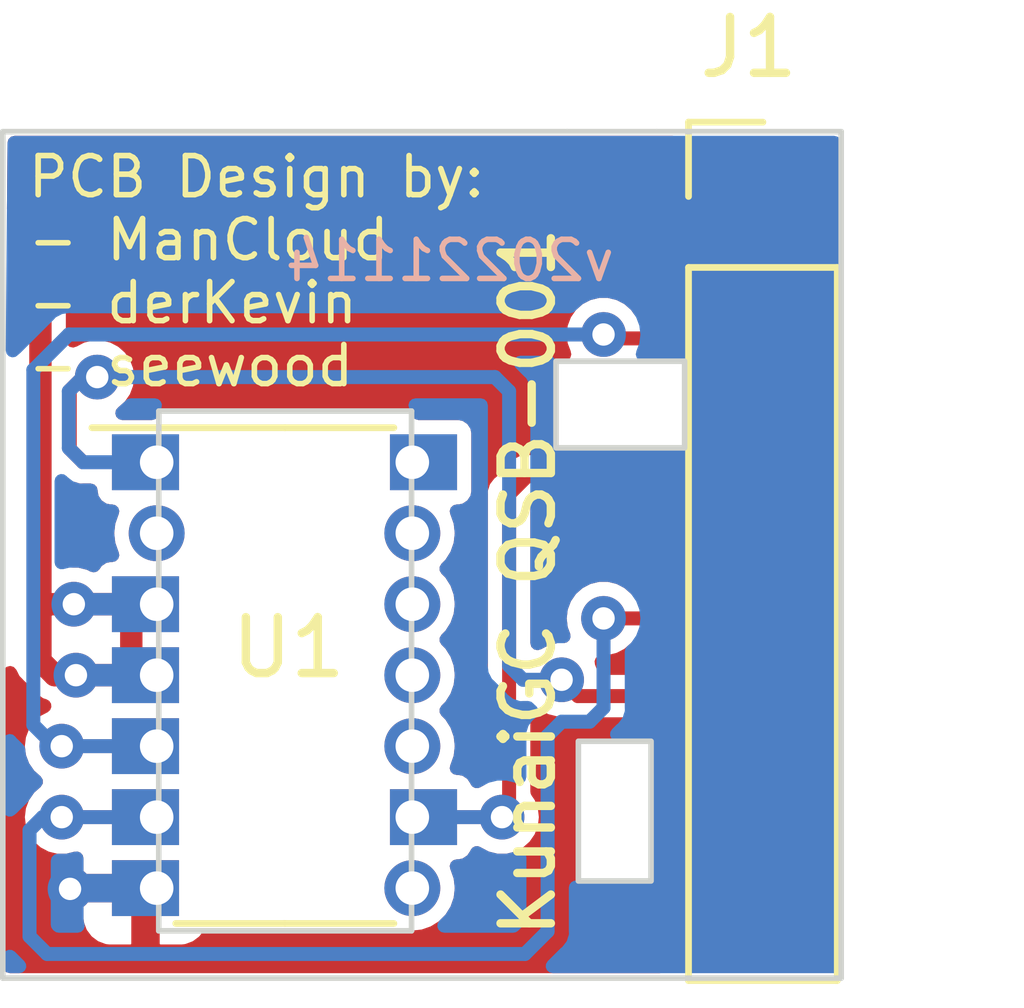
<source format=kicad_pcb>
(kicad_pcb (version 20221018) (generator pcbnew)
  (layers (0 "F.Cu" signal) (31 "B.Cu" signal) (34 "B.Paste" user) (35 "F.Paste" user) (36 "B.SilkS" user "B.Silkscreen") (37 "F.SilkS" user "F.Silkscreen") (38 "B.Mask" user) (39 "F.Mask" user) (44 "Edge.Cuts" user))
  (net 0 "")
  (net 1 "+3V3")
  (net 2 "EXI.~{CS}")
  (net 3 "EXI.OUT")
  (net 4 "EXI.IN")
  (net 5 "EXI.CLK")
  (net 6 "GND")
  (footprint "Eigene:PCB_Con_Flat_01x06" (layer "F.Cu") (at 148.8938 79.21)
    (fp_text reference "J1" (at -0.254 -9.017 unlocked) (layer "F.SilkS"))
    (fp_text value "Conn_01x06")
    (fp_line (start -1.33 -7.68) (end 0 -7.68) (stroke (width 0.12)) (layer "F.SilkS"))
    (fp_line (start -1.33 -6.35) (end -1.33 -7.68) (stroke (width 0.12)) (layer "F.SilkS"))
    (fp_line (start -1.33 -5.08) (end -1.33 7.68) (stroke (width 0.12)) (layer "F.SilkS"))
    (fp_line (start -1.33 -5.08) (end 1.33 -5.08) (stroke (width 0.12)) (layer "F.SilkS"))
    (fp_line (start -1.33 7.68) (end 1.33 7.68) (stroke (width 0.12)) (layer "F.SilkS"))
    (fp_line (start 1.33 -5.08) (end 1.33 7.68) (stroke (width 0.12)) (layer "F.SilkS"))
    (pad "1" smd rect (at 0 -6.35) (size 2.5 1.7) (layers "F.Cu" "F.Paste" "F.Mask") (net 1 "+3V3"))
    (pad "2" smd rect (at 0 -3.81) (size 2.5 1.7) (layers "F.Cu" "F.Paste" "F.Mask") (net 2 "EXI.~{CS}"))
    (pad "3" smd rect (at 0 -1.27) (size 2.5 1.7) (layers "F.Cu" "F.Paste" "F.Mask") (net 3 "EXI.OUT"))
    (pad "4" smd rect (at 0 1.27) (size 2.5 1.7) (layers "F.Cu" "F.Paste" "F.Mask") (net 4 "EXI.IN"))
    (pad "5" smd rect (at 0 3.81) (size 2.5 1.7) (layers "F.Cu" "F.Paste" "F.Mask") (net 5 "EXI.CLK"))
    (pad "6" smd rect (at 0 6.35) (size 2.5 1.7) (layers "F.Cu" "F.Paste" "F.Mask") (net 6 "GND"))
  )
  (footprint "Eigene:IPL-Bite" (layer "F.Cu") (at 140.338 81.426)
    (fp_text reference "U1" (at 0.0708 -0.493 unlocked) (layer "F.SilkS"))
    (fp_text value "GC-IPL")
    (fp_line (start 0.0058 -4.428) (end -3.4442 -4.428) (stroke (width 0.12)) (layer "F.SilkS"))
    (fp_line (start 0.0058 -4.428) (end 1.9558 -4.428) (stroke (width 0.12)) (layer "F.SilkS"))
    (fp_line (start 0.0058 4.442) (end -1.9442 4.442) (stroke (width 0.12)) (layer "F.SilkS"))
    (fp_line (start 0.0058 4.442) (end 1.9558 4.442) (stroke (width 0.12)) (layer "F.SilkS"))
    (pad "" np_thru_hole circle (at -2.286 -2.54) (size 1 1) (drill 0.6) (layers "F&B.Cu" "*.Mask"))
    (pad "" np_thru_hole circle (at 2.286 -2.54) (size 1 1) (drill 0.6) (layers "F&B.Cu" "*.Mask"))
    (pad "" np_thru_hole circle (at 2.286 -1.27) (size 1 1) (drill 0.6) (layers "F&B.Cu" "*.Mask"))
    (pad "" np_thru_hole circle (at 2.286 0) (size 1 1) (drill 0.6) (layers "F&B.Cu" "*.Mask"))
    (pad "" np_thru_hole circle (at 2.286 1.27) (size 1 1) (drill 0.6) (layers "F&B.Cu" "*.Mask"))
    (pad "" np_thru_hole circle (at 2.286 3.81) (size 1 1) (drill 0.6) (layers "F&B.Cu" "*.Mask"))
    (pad "1" thru_hole rect (at -2.286 -3.81) (size 1.2 1) (drill 0.6 (offset -0.2 0)) (layers "*.Cu" "*.Mask") (net 5 "EXI.CLK"))
    (pad "3" thru_hole rect (at -2.286 -1.27) (size 1.2 1) (drill 0.6 (offset -0.2 0)) (layers "*.Cu" "*.Mask") (net 1 "+3V3"))
    (pad "4" thru_hole rect (at -2.286 0) (size 1.2 1) (drill 0.6 (offset -0.2 0)) (layers "*.Cu" "*.Mask") (net 1 "+3V3"))
    (pad "5" thru_hole rect (at -2.286 1.27) (size 1.2 1) (drill 0.6 (offset -0.2 0)) (layers "*.Cu" "*.Mask") (net 2 "EXI.~{CS}"))
    (pad "6" thru_hole rect (at -2.286 2.54) (size 1.2 1) (drill 0.6 (offset -0.2 0)) (layers "*.Cu" "*.Mask") (net 4 "EXI.IN"))
    (pad "7" thru_hole rect (at -2.286 3.81) (size 1.2 1) (drill 0.6 (offset -0.2 0)) (layers "*.Cu" "*.Mask") (net 6 "GND"))
    (pad "9" thru_hole rect (at 2.286 2.54 180) (size 1.2 1) (drill 0.6 (offset -0.2 0)) (layers "*.Cu" "*.Mask") (net 3 "EXI.OUT"))
    (pad "14" thru_hole rect (at 2.286 -3.81 180) (size 1.2 1) (drill 0.6 (offset -0.2 0)) (layers "*.Cu" "*.Mask"))
  )
  (gr_line (start 150.2938 86.846) (end 135.3 86.846) (stroke (width 0.1)) (layer "Edge.Cuts"))
  (gr_line (start 146.9938 71.7) (end 145.3938 71.7) (stroke (width 0.1)) (layer "Edge.Cuts"))
  (gr_line (start 142.6102 76.7) (end 138.091 76.7) (stroke (width 0.1)) (layer "Edge.Cuts"))
  (gr_line (start 138.089 85.49) (end 138.089 86) (stroke (width 0.1)) (layer "Edge.Cuts"))
  (gr_rect (start 145.1938 75.808) (end 147.4938 77.358) (stroke (width 0.1)) (fill none) (layer "Edge.Cuts"))
  (gr_line (start 135.3 71.7) (end 135.3 86.846) (stroke (width 0.1)) (layer "Edge.Cuts"))
  (gr_line (start 142.6102 86) (end 138.089 86) (stroke (width 0.1)) (layer "Edge.Cuts"))
  (gr_line (start 150.2938 86.846) (end 150.2938 71.7) (stroke (width 0.1)) (layer "Edge.Cuts"))
  (gr_line (start 138.089 77.362) (end 138.089 85.49) (stroke (width 0.1)) (layer "Edge.Cuts"))
  (gr_rect (start 145.5938 82.608) (end 146.8938 85.108) (stroke (width 0.1)) (fill none) (layer "Edge.Cuts"))
  (gr_line (start 145.3938 71.7) (end 135.3 71.7) (stroke (width 0.1)) (layer "Edge.Cuts"))
  (gr_line (start 142.6102 86) (end 142.6102 77.362) (stroke (width 0.1)) (layer "Edge.Cuts"))
  (gr_line (start 138.091 76.7) (end 138.089 77.362) (stroke (width 0.1)) (layer "Edge.Cuts"))
  (gr_line (start 150.2938 71.7) (end 146.9938 71.7) (stroke (width 0.1)) (layer "Edge.Cuts"))
  (gr_line (start 142.6102 76.7) (end 142.6102 77.362) (stroke (width 0.1)) (layer "Edge.Cuts"))
  (gr_text "v20221114" (at 146.2938 74.008) (layer "B.SilkS") (effects (font (size 0.7 0.7) (thickness 0.1)) (justify left mirror)))
  (gr_text "KunaiGC QSB-001" (at 144.693 79.758 90) (layer "F.SilkS") (effects (font (size 0.9 0.9))))
  (gr_text "PCB Design by:\n- ManCloud\n- derKevin\n- seewood" (at 135.7 74.2) (layer "F.SilkS") (effects (font (size 0.7 0.7) (thickness 0.1)) (justify left)))
  (segment (start 137.59798 81.25485) (end 137.76913 81.426) (width 0.4) (layer "F.Cu") (net 1))
  (segment (start 136.5838 72.81) (end 135.973 73.4208) (width 0.4) (layer "F.Cu") (net 1))
  (segment (start 135.973 81.172) (end 136.227 81.426) (width 0.4) (layer "F.Cu") (net 1))
  (segment (start 135.973 73.4208) (end 135.973 80.283) (width 0.4) (layer "F.Cu") (net 1))
  (segment (start 137.76913 80.156) (end 137.59798 80.32715) (width 0.4) (layer "F.Cu") (net 1))
  (segment (start 148.2938 72.787) (end 148.2508 72.787) (width 0.4) (layer "F.Cu") (net 1))
  (segment (start 137.798 80.156) (end 136.1 80.156) (width 0.4) (layer "F.Cu") (net 1))
  (segment (start 148.8938 72.86) (end 148.8438 72.81) (width 0.4) (layer "F.Cu") (net 1))
  (segment (start 148.2938 72.787) (end 148.2908 72.79) (width 0.4) (layer "F.Cu") (net 1))
  (segment (start 136.227 81.426) (end 137.798 81.426) (width 0.4) (layer "F.Cu") (net 1))
  (segment (start 148.8438 72.81) (end 136.5838 72.81) (width 0.4) (layer "F.Cu") (net 1))
  (segment (start 135.973 80.283) (end 135.973 81.172) (width 0.4) (layer "F.Cu") (net 1))
  (segment (start 137.59798 80.32715) (end 137.59798 81.25485) (width 0.4) (layer "F.Cu") (net 1))
  (segment (start 136.1 80.156) (end 135.973 80.283) (width 0.4) (layer "F.Cu") (net 1))
  (via (at 136.608 81.426) (size 0.8) (drill 0.4) (layers "F.Cu" "B.Cu") (net 1))
  (via (at 136.5705 80.156) (size 0.8) (drill 0.4) (layers "F.Cu" "B.Cu") (net 1))
  (segment (start 137.798 80.156) (end 136.5705 80.156) (width 0.4) (layer "B.Cu") (net 1))
  (segment (start 137.798 81.426) (end 136.608 81.426) (width 0.4) (layer "B.Cu") (net 1))
  (segment (start 148.8938 75.4) (end 146.1138 75.4) (width 0.25) (layer "F.Cu") (net 2))
  (segment (start 146.1138 75.4) (end 146.0438 75.33) (width 0.25) (layer "F.Cu") (net 2))
  (segment (start 136.354 82.696) (end 137.798 82.696) (width 0.25) (layer "F.Cu") (net 2))
  (via (at 136.354 82.696) (size 0.8) (drill 0.4) (layers "F.Cu" "B.Cu") (net 2))
  (via (at 146.0438 75.33) (size 0.8) (drill 0.4) (layers "F.Cu" "B.Cu") (net 2))
  (segment (start 135.846 75.965) (end 135.846 82.315) (width 0.25) (layer "B.Cu") (net 2))
  (segment (start 136.227 82.696) (end 137.798 82.696) (width 0.25) (layer "B.Cu") (net 2))
  (segment (start 136.481 75.33) (end 135.846 75.965) (width 0.25) (layer "B.Cu") (net 2))
  (segment (start 146.0438 75.33) (end 136.481 75.33) (width 0.25) (layer "B.Cu") (net 2))
  (segment (start 135.846 82.315) (end 136.227 82.696) (width 0.25) (layer "B.Cu") (net 2))
  (segment (start 144.355 78.1875) (end 144.355 83.839) (width 0.25) (layer "F.Cu") (net 3))
  (segment (start 144.355 83.839) (end 144.228 83.966) (width 0.25) (layer "F.Cu") (net 3))
  (segment (start 143.974 83.966) (end 142.878 83.966) (width 0.25) (layer "F.Cu") (net 3))
  (segment (start 148.2938 77.867) (end 144.6755 77.867) (width 0.25) (layer "F.Cu") (net 3))
  (segment (start 144.228 83.966) (end 143.974 83.966) (width 0.25) (layer "F.Cu") (net 3))
  (segment (start 144.6755 77.867) (end 144.355 78.1875) (width 0.25) (layer "F.Cu") (net 3))
  (via (at 144.228 83.966) (size 0.8) (drill 0.4) (layers "F.Cu" "B.Cu") (net 3))
  (segment (start 144.228 83.966) (end 143.00302 83.966) (width 0.25) (layer "B.Cu") (net 3))
  (segment (start 146.0438 80.41) (end 148.2908 80.41) (width 0.25) (layer "F.Cu") (net 4))
  (segment (start 136.354 83.966) (end 137.67298 83.966) (width 0.25) (layer "F.Cu") (net 4))
  (segment (start 148.2908 80.41) (end 148.2938 80.407) (width 0.25) (layer "F.Cu") (net 4))
  (via (at 146.0438 80.41) (size 0.8) (drill 0.4) (layers "F.Cu" "B.Cu") (net 4))
  (via (at 136.354 83.966) (size 0.8) (drill 0.4) (layers "F.Cu" "B.Cu") (net 4))
  (segment (start 136.0922 86.4142) (end 135.778 86.1) (width 0.25) (layer "B.Cu") (net 4))
  (segment (start 145.2938 82.258) (end 145.0438 82.508) (width 0.25) (layer "B.Cu") (net 4))
  (segment (start 145.0438 82.508) (end 145.0438 86.008) (width 0.25) (layer "B.Cu") (net 4))
  (segment (start 136.354 83.966) (end 137.798 83.966) (width 0.25) (layer "B.Cu") (net 4))
  (segment (start 146.0438 80.41) (end 146.0438 82.008) (width 0.25) (layer "B.Cu") (net 4))
  (segment (start 135.778 86.1) (end 135.778 84.2) (width 0.25) (layer "B.Cu") (net 4))
  (segment (start 136.012 83.966) (end 136.354 83.966) (width 0.25) (layer "B.Cu") (net 4))
  (segment (start 146.0438 82.008) (end 145.7938 82.258) (width 0.25) (layer "B.Cu") (net 4))
  (segment (start 145.0438 86.008) (end 144.6376 86.4142) (width 0.25) (layer "B.Cu") (net 4))
  (segment (start 135.778 84.2) (end 136.012 83.966) (width 0.25) (layer "B.Cu") (net 4))
  (segment (start 144.6376 86.4142) (end 136.0922 86.4142) (width 0.25) (layer "B.Cu") (net 4))
  (segment (start 145.7938 82.258) (end 145.2938 82.258) (width 0.25) (layer "B.Cu") (net 4))
  (segment (start 136.735 77.616) (end 137.798 77.616) (width 0.25) (layer "F.Cu") (net 5))
  (segment (start 136.989 76.092) (end 136.735 76.092) (width 0.25) (layer "F.Cu") (net 5))
  (segment (start 136.49752 76.32948) (end 136.49752 77.37852) (width 0.25) (layer "F.Cu") (net 5))
  (segment (start 136.49752 77.37852) (end 136.735 77.616) (width 0.25) (layer "F.Cu") (net 5))
  (segment (start 145.5858 81.8) (end 147.9938 81.8) (width 0.25) (layer "F.Cu") (net 5))
  (segment (start 148.2938 82.1) (end 148.2938 82.947) (width 0.25) (layer "F.Cu") (net 5))
  (segment (start 147.9938 81.8) (end 148.2938 82.1) (width 0.25) (layer "F.Cu") (net 5))
  (segment (start 136.735 76.092) (end 136.49752 76.32948) (width 0.25) (layer "F.Cu") (net 5))
  (segment (start 145.2938 81.508) (end 145.5858 81.8) (width 0.25) (layer "F.Cu") (net 5))
  (via (at 145.2938 81.508) (size 0.8) (drill 0.4) (layers "F.Cu" "B.Cu") (net 5))
  (via (at 136.989 76.092) (size 0.8) (drill 0.4) (layers "F.Cu" "B.Cu") (net 5))
  (segment (start 144.101 76.092) (end 136.989 76.092) (width 0.25) (layer "B.Cu") (net 5))
  (segment (start 136.481 77.362) (end 136.735 77.616) (width 0.25) (layer "B.Cu") (net 5))
  (segment (start 145.2938 81.508) (end 144.605 81.508) (width 0.25) (layer "B.Cu") (net 5))
  (segment (start 136.989 76.092) (end 136.735 76.092) (width 0.25) (layer "B.Cu") (net 5))
  (segment (start 136.735 76.092) (end 136.481 76.346) (width 0.25) (layer "B.Cu") (net 5))
  (segment (start 136.481 76.346) (end 136.481 77.362) (width 0.25) (layer "B.Cu") (net 5))
  (segment (start 144.605 81.508) (end 144.355 81.258) (width 0.25) (layer "B.Cu") (net 5))
  (segment (start 136.735 77.616) (end 137.798 77.616) (width 0.25) (layer "B.Cu") (net 5))
  (segment (start 144.355 81.258) (end 144.355 76.346) (width 0.25) (layer "B.Cu") (net 5))
  (segment (start 144.355 76.346) (end 144.101 76.092) (width 0.25) (layer "B.Cu") (net 5))
  (segment (start 136.5025 85.25) (end 136.5165 85.236) (width 0.25) (layer "F.Cu") (net 6))
  (segment (start 136.328 85.4) (end 136.328 86.05) (width 0.25) (layer "F.Cu") (net 6))
  (segment (start 136.5165 85.236) (end 137.673 85.236) (width 0.25) (layer "F.Cu") (net 6))
  (segment (start 136.5025 85.25) (end 136.478 85.25) (width 0.25) (layer "F.Cu") (net 6))
  (segment (start 136.328 86.05) (end 136.6922 86.4142) (width 0.25) (layer "F.Cu") (net 6))
  (segment (start 136.478 85.25) (end 136.328 85.4) (width 0.25) (layer "F.Cu") (net 6))
  (segment (start 147.3666 86.4142) (end 148.2938 85.487) (width 0.25) (layer "F.Cu") (net 6))
  (segment (start 136.6922 86.4142) (end 147.3666 86.4142) (width 0.25) (layer "F.Cu") (net 6))
  (via (at 136.5025 85.25) (size 0.8) (drill 0.4) (layers "F.Cu" "B.Cu") (net 6))
  (segment (start 137.798 85.236) (end 136.608 85.236) (width 0.25) (layer "B.Cu") (net 6))
  (zone (net 6) (net_name "GND") (layers "F&B.Cu") (connect_pads (clearance 0.254)) (min_thickness 0.254) (fill yes (thermal_gap 0.508) (thermal_bridge_width 0.508) (island_removal_mode 1) (island_area_min 0))
    (polygon (pts (xy 150.2938 86.758) (xy 143.921 86.758) (xy 135.258 86.758) (xy 135.385 71.774) (xy 150.339 71.774)))
  )
)
</source>
